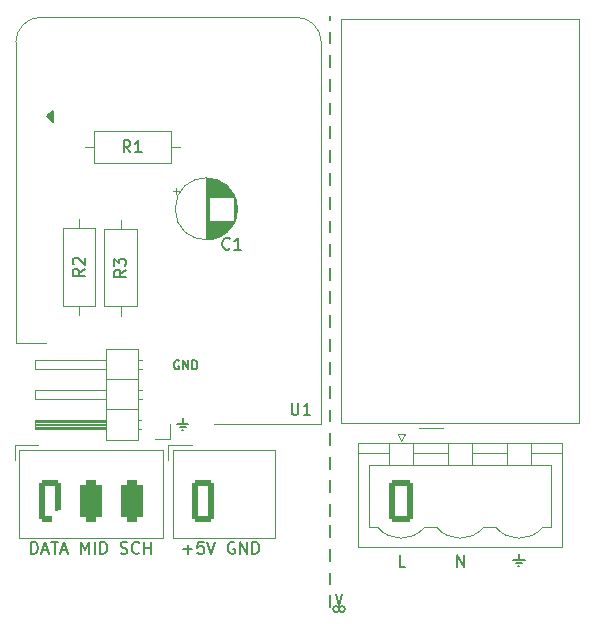
<source format=gto>
G04 #@! TF.GenerationSoftware,KiCad,Pcbnew,(6.0.7)*
G04 #@! TF.CreationDate,2022-12-11T11:01:38+01:00*
G04 #@! TF.ProjectId,CT_Clamp,43545f43-6c61-46d7-902e-6b696361645f,rev?*
G04 #@! TF.SameCoordinates,Original*
G04 #@! TF.FileFunction,Legend,Top*
G04 #@! TF.FilePolarity,Positive*
%FSLAX46Y46*%
G04 Gerber Fmt 4.6, Leading zero omitted, Abs format (unit mm)*
G04 Created by KiCad (PCBNEW (6.0.7)) date 2022-12-11 11:01:38*
%MOMM*%
%LPD*%
G01*
G04 APERTURE LIST*
G04 Aperture macros list*
%AMRoundRect*
0 Rectangle with rounded corners*
0 $1 Rounding radius*
0 $2 $3 $4 $5 $6 $7 $8 $9 X,Y pos of 4 corners*
0 Add a 4 corners polygon primitive as box body*
4,1,4,$2,$3,$4,$5,$6,$7,$8,$9,$2,$3,0*
0 Add four circle primitives for the rounded corners*
1,1,$1+$1,$2,$3*
1,1,$1+$1,$4,$5*
1,1,$1+$1,$6,$7*
1,1,$1+$1,$8,$9*
0 Add four rect primitives between the rounded corners*
20,1,$1+$1,$2,$3,$4,$5,0*
20,1,$1+$1,$4,$5,$6,$7,0*
20,1,$1+$1,$6,$7,$8,$9,0*
20,1,$1+$1,$8,$9,$2,$3,0*%
G04 Aperture macros list end*
%ADD10C,0.150000*%
%ADD11C,0.120000*%
%ADD12C,1.600000*%
%ADD13O,1.600000X1.600000*%
%ADD14C,2.200000*%
%ADD15R,2.000000X2.300000*%
%ADD16C,2.300000*%
%ADD17R,2.000000X2.000000*%
%ADD18O,2.000000X1.600000*%
%ADD19RoundRect,0.250000X-0.650000X-1.550000X0.650000X-1.550000X0.650000X1.550000X-0.650000X1.550000X0*%
%ADD20C,1.700000*%
%ADD21RoundRect,0.450000X-0.450000X-1.350000X0.450000X-1.350000X0.450000X1.350000X-0.450000X1.350000X0*%
%ADD22R,1.600000X1.600000*%
%ADD23RoundRect,0.250000X-0.750000X-1.550000X0.750000X-1.550000X0.750000X1.550000X-0.750000X1.550000X0*%
%ADD24O,2.000000X3.600000*%
%ADD25R,1.700000X1.700000*%
%ADD26O,1.700000X1.700000*%
%ADD27O,1.800000X3.600000*%
G04 APERTURE END LIST*
D10*
X160214285Y-118302380D02*
X160214285Y-117302380D01*
X160785714Y-118302380D01*
X160785714Y-117302380D01*
X136750000Y-106500000D02*
X137250000Y-106500000D01*
X149500000Y-93000000D02*
X149500000Y-94000000D01*
X149500000Y-81000000D02*
X149500000Y-82000000D01*
X149500000Y-73000000D02*
X149500000Y-74000000D01*
X149500000Y-83000000D02*
X149500000Y-84000000D01*
X149500000Y-109000000D02*
X149500000Y-110000000D01*
X149500000Y-91000000D02*
X149500000Y-92000000D01*
X149500000Y-107000000D02*
X149500000Y-108000000D01*
X164950000Y-117750000D02*
X165450000Y-117750000D01*
X150000000Y-120650000D02*
X150250000Y-121650000D01*
X136975000Y-106750000D02*
X137025000Y-106750000D01*
X149500000Y-77000000D02*
X149500000Y-78000000D01*
X149500000Y-73000000D02*
X149500000Y-74000000D01*
X150250000Y-121900000D02*
G75*
G03*
X150250000Y-121900000I-250000J0D01*
G01*
X149500000Y-71650000D02*
X149500000Y-72000000D01*
X149500000Y-116800000D02*
X149500000Y-117800000D01*
X149500000Y-113000000D02*
X149500000Y-114000000D01*
X149500000Y-103000000D02*
X149500000Y-104000000D01*
X165450000Y-117750000D02*
X164950000Y-117750000D01*
X165425000Y-118250000D02*
X165475000Y-118250000D01*
X149500000Y-97000000D02*
X149500000Y-98000000D01*
X149500000Y-77000000D02*
X149500000Y-78000000D01*
X150750000Y-121900000D02*
G75*
G03*
X150750000Y-121900000I-250000J0D01*
G01*
X165950000Y-117750000D02*
X165450000Y-117750000D01*
X136500000Y-106250000D02*
X137000000Y-106250000D01*
X149500000Y-111000000D02*
X149500000Y-112000000D01*
X149500000Y-79000000D02*
X149500000Y-80000000D01*
X149500000Y-105000000D02*
X149500000Y-106000000D01*
X149500000Y-81000000D02*
X149500000Y-82000000D01*
X149500000Y-89000000D02*
X149500000Y-90000000D01*
X149500000Y-101000000D02*
X149500000Y-102000000D01*
X149500000Y-75000000D02*
X149500000Y-76000000D01*
X149500000Y-79000000D02*
X149500000Y-80000000D01*
X149500000Y-120700000D02*
X149500000Y-121700000D01*
X149500000Y-83000000D02*
X149500000Y-84000000D01*
X149500000Y-87000000D02*
X149500000Y-88000000D01*
X149500000Y-114800000D02*
X149500000Y-115800000D01*
X149500000Y-118800000D02*
X149500000Y-119800000D01*
X137000000Y-105750000D02*
X137000000Y-106250000D01*
X150250000Y-121650000D02*
X150500000Y-120650000D01*
X137000000Y-106250000D02*
X136500000Y-106250000D01*
X137500000Y-106250000D02*
X137000000Y-106250000D01*
X149500000Y-99000000D02*
X149500000Y-100000000D01*
X149500000Y-75000000D02*
X149500000Y-76000000D01*
X165450000Y-117250000D02*
X165450000Y-117750000D01*
X149500000Y-95000000D02*
X149500000Y-96000000D01*
X165200000Y-118000000D02*
X165700000Y-118000000D01*
X149500000Y-85000000D02*
X149500000Y-86000000D01*
X136678571Y-100875000D02*
X136607142Y-100839285D01*
X136500000Y-100839285D01*
X136392857Y-100875000D01*
X136321428Y-100946428D01*
X136285714Y-101017857D01*
X136250000Y-101160714D01*
X136250000Y-101267857D01*
X136285714Y-101410714D01*
X136321428Y-101482142D01*
X136392857Y-101553571D01*
X136500000Y-101589285D01*
X136571428Y-101589285D01*
X136678571Y-101553571D01*
X136714285Y-101517857D01*
X136714285Y-101267857D01*
X136571428Y-101267857D01*
X137035714Y-101589285D02*
X137035714Y-100839285D01*
X137464285Y-101589285D01*
X137464285Y-100839285D01*
X137821428Y-101589285D02*
X137821428Y-100839285D01*
X138000000Y-100839285D01*
X138107142Y-100875000D01*
X138178571Y-100946428D01*
X138214285Y-101017857D01*
X138250000Y-101160714D01*
X138250000Y-101267857D01*
X138214285Y-101410714D01*
X138178571Y-101482142D01*
X138107142Y-101553571D01*
X138000000Y-101589285D01*
X137821428Y-101589285D01*
X137059523Y-116821428D02*
X137821428Y-116821428D01*
X137440476Y-117202380D02*
X137440476Y-116440476D01*
X138773809Y-116202380D02*
X138297619Y-116202380D01*
X138250000Y-116678571D01*
X138297619Y-116630952D01*
X138392857Y-116583333D01*
X138630952Y-116583333D01*
X138726190Y-116630952D01*
X138773809Y-116678571D01*
X138821428Y-116773809D01*
X138821428Y-117011904D01*
X138773809Y-117107142D01*
X138726190Y-117154761D01*
X138630952Y-117202380D01*
X138392857Y-117202380D01*
X138297619Y-117154761D01*
X138250000Y-117107142D01*
X139107142Y-116202380D02*
X139440476Y-117202380D01*
X139773809Y-116202380D01*
X141392857Y-116250000D02*
X141297619Y-116202380D01*
X141154761Y-116202380D01*
X141011904Y-116250000D01*
X140916666Y-116345238D01*
X140869047Y-116440476D01*
X140821428Y-116630952D01*
X140821428Y-116773809D01*
X140869047Y-116964285D01*
X140916666Y-117059523D01*
X141011904Y-117154761D01*
X141154761Y-117202380D01*
X141250000Y-117202380D01*
X141392857Y-117154761D01*
X141440476Y-117107142D01*
X141440476Y-116773809D01*
X141250000Y-116773809D01*
X141869047Y-117202380D02*
X141869047Y-116202380D01*
X142440476Y-117202380D01*
X142440476Y-116202380D01*
X142916666Y-117202380D02*
X142916666Y-116202380D01*
X143154761Y-116202380D01*
X143297619Y-116250000D01*
X143392857Y-116345238D01*
X143440476Y-116440476D01*
X143488095Y-116630952D01*
X143488095Y-116773809D01*
X143440476Y-116964285D01*
X143392857Y-117059523D01*
X143297619Y-117154761D01*
X143154761Y-117202380D01*
X142916666Y-117202380D01*
X124178571Y-117202380D02*
X124178571Y-116202380D01*
X124416666Y-116202380D01*
X124559523Y-116250000D01*
X124654761Y-116345238D01*
X124702380Y-116440476D01*
X124750000Y-116630952D01*
X124750000Y-116773809D01*
X124702380Y-116964285D01*
X124654761Y-117059523D01*
X124559523Y-117154761D01*
X124416666Y-117202380D01*
X124178571Y-117202380D01*
X125130952Y-116916666D02*
X125607142Y-116916666D01*
X125035714Y-117202380D02*
X125369047Y-116202380D01*
X125702380Y-117202380D01*
X125892857Y-116202380D02*
X126464285Y-116202380D01*
X126178571Y-117202380D02*
X126178571Y-116202380D01*
X126750000Y-116916666D02*
X127226190Y-116916666D01*
X126654761Y-117202380D02*
X126988095Y-116202380D01*
X127321428Y-117202380D01*
X128416666Y-117202380D02*
X128416666Y-116202380D01*
X128750000Y-116916666D01*
X129083333Y-116202380D01*
X129083333Y-117202380D01*
X129559523Y-117202380D02*
X129559523Y-116202380D01*
X130035714Y-117202380D02*
X130035714Y-116202380D01*
X130273809Y-116202380D01*
X130416666Y-116250000D01*
X130511904Y-116345238D01*
X130559523Y-116440476D01*
X130607142Y-116630952D01*
X130607142Y-116773809D01*
X130559523Y-116964285D01*
X130511904Y-117059523D01*
X130416666Y-117154761D01*
X130273809Y-117202380D01*
X130035714Y-117202380D01*
X131750000Y-117154761D02*
X131892857Y-117202380D01*
X132130952Y-117202380D01*
X132226190Y-117154761D01*
X132273809Y-117107142D01*
X132321428Y-117011904D01*
X132321428Y-116916666D01*
X132273809Y-116821428D01*
X132226190Y-116773809D01*
X132130952Y-116726190D01*
X131940476Y-116678571D01*
X131845238Y-116630952D01*
X131797619Y-116583333D01*
X131750000Y-116488095D01*
X131750000Y-116392857D01*
X131797619Y-116297619D01*
X131845238Y-116250000D01*
X131940476Y-116202380D01*
X132178571Y-116202380D01*
X132321428Y-116250000D01*
X133321428Y-117107142D02*
X133273809Y-117154761D01*
X133130952Y-117202380D01*
X133035714Y-117202380D01*
X132892857Y-117154761D01*
X132797619Y-117059523D01*
X132750000Y-116964285D01*
X132702380Y-116773809D01*
X132702380Y-116630952D01*
X132750000Y-116440476D01*
X132797619Y-116345238D01*
X132892857Y-116250000D01*
X133035714Y-116202380D01*
X133130952Y-116202380D01*
X133273809Y-116250000D01*
X133321428Y-116297619D01*
X133750000Y-117202380D02*
X133750000Y-116202380D01*
X133750000Y-116678571D02*
X134321428Y-116678571D01*
X134321428Y-117202380D02*
X134321428Y-116202380D01*
X155859523Y-118302380D02*
X155383333Y-118302380D01*
X155383333Y-117302380D01*
X128702380Y-93086666D02*
X128226190Y-93420000D01*
X128702380Y-93658095D02*
X127702380Y-93658095D01*
X127702380Y-93277142D01*
X127750000Y-93181904D01*
X127797619Y-93134285D01*
X127892857Y-93086666D01*
X128035714Y-93086666D01*
X128130952Y-93134285D01*
X128178571Y-93181904D01*
X128226190Y-93277142D01*
X128226190Y-93658095D01*
X127797619Y-92705714D02*
X127750000Y-92658095D01*
X127702380Y-92562857D01*
X127702380Y-92324761D01*
X127750000Y-92229523D01*
X127797619Y-92181904D01*
X127892857Y-92134285D01*
X127988095Y-92134285D01*
X128130952Y-92181904D01*
X128702380Y-92753333D01*
X128702380Y-92134285D01*
X132583333Y-83202380D02*
X132250000Y-82726190D01*
X132011904Y-83202380D02*
X132011904Y-82202380D01*
X132392857Y-82202380D01*
X132488095Y-82250000D01*
X132535714Y-82297619D01*
X132583333Y-82392857D01*
X132583333Y-82535714D01*
X132535714Y-82630952D01*
X132488095Y-82678571D01*
X132392857Y-82726190D01*
X132011904Y-82726190D01*
X133535714Y-83202380D02*
X132964285Y-83202380D01*
X133250000Y-83202380D02*
X133250000Y-82202380D01*
X133154761Y-82345238D01*
X133059523Y-82440476D01*
X132964285Y-82488095D01*
X146238095Y-104452380D02*
X146238095Y-105261904D01*
X146285714Y-105357142D01*
X146333333Y-105404761D01*
X146428571Y-105452380D01*
X146619047Y-105452380D01*
X146714285Y-105404761D01*
X146761904Y-105357142D01*
X146809523Y-105261904D01*
X146809523Y-104452380D01*
X147809523Y-105452380D02*
X147238095Y-105452380D01*
X147523809Y-105452380D02*
X147523809Y-104452380D01*
X147428571Y-104595238D01*
X147333333Y-104690476D01*
X147238095Y-104738095D01*
X132202380Y-93166666D02*
X131726190Y-93500000D01*
X132202380Y-93738095D02*
X131202380Y-93738095D01*
X131202380Y-93357142D01*
X131250000Y-93261904D01*
X131297619Y-93214285D01*
X131392857Y-93166666D01*
X131535714Y-93166666D01*
X131630952Y-93214285D01*
X131678571Y-93261904D01*
X131726190Y-93357142D01*
X131726190Y-93738095D01*
X131202380Y-92833333D02*
X131202380Y-92214285D01*
X131583333Y-92547619D01*
X131583333Y-92404761D01*
X131630952Y-92309523D01*
X131678571Y-92261904D01*
X131773809Y-92214285D01*
X132011904Y-92214285D01*
X132107142Y-92261904D01*
X132154761Y-92309523D01*
X132202380Y-92404761D01*
X132202380Y-92690476D01*
X132154761Y-92785714D01*
X132107142Y-92833333D01*
X140994333Y-91357142D02*
X140946714Y-91404761D01*
X140803857Y-91452380D01*
X140708619Y-91452380D01*
X140565761Y-91404761D01*
X140470523Y-91309523D01*
X140422904Y-91214285D01*
X140375285Y-91023809D01*
X140375285Y-90880952D01*
X140422904Y-90690476D01*
X140470523Y-90595238D01*
X140565761Y-90500000D01*
X140708619Y-90452380D01*
X140803857Y-90452380D01*
X140946714Y-90500000D01*
X140994333Y-90547619D01*
X141946714Y-91452380D02*
X141375285Y-91452380D01*
X141661000Y-91452380D02*
X141661000Y-90452380D01*
X141565761Y-90595238D01*
X141470523Y-90690476D01*
X141375285Y-90738095D01*
D11*
X126880000Y-96190000D02*
X129620000Y-96190000D01*
X128250000Y-96960000D02*
X128250000Y-96190000D01*
X126880000Y-89650000D02*
X126880000Y-96190000D01*
X129620000Y-96190000D02*
X129620000Y-89650000D01*
X129620000Y-89650000D02*
X126880000Y-89650000D01*
X128250000Y-88880000D02*
X128250000Y-89650000D01*
X129480000Y-84120000D02*
X136020000Y-84120000D01*
X136020000Y-84120000D02*
X136020000Y-81380000D01*
X128710000Y-82750000D02*
X129480000Y-82750000D01*
X136020000Y-81380000D02*
X129480000Y-81380000D01*
X129480000Y-81380000D02*
X129480000Y-84120000D01*
X136790000Y-82750000D02*
X136020000Y-82750000D01*
X170600000Y-106150000D02*
X170600000Y-71950000D01*
X150400000Y-106150000D02*
X170600000Y-106150000D01*
X150400000Y-71950000D02*
X150400000Y-106150000D01*
X157000000Y-106540000D02*
X159010000Y-106540000D01*
X170600000Y-71950000D02*
X150400000Y-71950000D01*
X148740225Y-106230000D02*
X148740225Y-73900000D01*
X122880225Y-99330000D02*
X122880225Y-73900000D01*
X122880225Y-99330000D02*
X125420225Y-99330000D01*
X139620225Y-106221200D02*
X148740225Y-106230000D01*
X146620225Y-71770000D02*
X125010225Y-71770000D01*
X125010225Y-71770000D02*
G75*
G03*
X122880225Y-73900000I2J-2130002D01*
G01*
X148740225Y-73900000D02*
G75*
G03*
X146610225Y-71770000I-2130000J0D01*
G01*
G36*
X126056625Y-80618000D02*
G01*
X125497825Y-80110000D01*
X126056625Y-79703600D01*
X126056625Y-80618000D01*
G37*
D10*
X126056625Y-80618000D02*
X125497825Y-80110000D01*
X126056625Y-79703600D01*
X126056625Y-80618000D01*
D11*
X135310000Y-108390000D02*
X123190000Y-108390000D01*
X122800000Y-108000000D02*
X124800000Y-108000000D01*
X123190000Y-115860000D02*
X135310000Y-115860000D01*
X122800000Y-109250000D02*
X122800000Y-108000000D01*
X123190000Y-108390000D02*
X123190000Y-115860000D01*
X135310000Y-115860000D02*
X135310000Y-108390000D01*
X131750000Y-97040000D02*
X131750000Y-96270000D01*
X130380000Y-89730000D02*
X130380000Y-96270000D01*
X133120000Y-89730000D02*
X130380000Y-89730000D01*
X133120000Y-96270000D02*
X133120000Y-89730000D01*
X130380000Y-96270000D02*
X133120000Y-96270000D01*
X131750000Y-88960000D02*
X131750000Y-89730000D01*
X139560000Y-85480000D02*
X139560000Y-86960000D01*
X140441000Y-85851000D02*
X140441000Y-86960000D01*
X139240000Y-85431000D02*
X139240000Y-86960000D01*
X140641000Y-85996000D02*
X140641000Y-86960000D01*
X139961000Y-85602000D02*
X139961000Y-86960000D01*
X140881000Y-89040000D02*
X140881000Y-89785000D01*
X139680000Y-89040000D02*
X139680000Y-90491000D01*
X136445225Y-86275000D02*
X136445225Y-86775000D01*
X141041000Y-86395000D02*
X141041000Y-86960000D01*
X140881000Y-86215000D02*
X140881000Y-86960000D01*
X140121000Y-89040000D02*
X140121000Y-90329000D01*
X139240000Y-89040000D02*
X139240000Y-90569000D01*
X140161000Y-89040000D02*
X140161000Y-90310000D01*
X139921000Y-89040000D02*
X139921000Y-90414000D01*
X140281000Y-89040000D02*
X140281000Y-90247000D01*
X139841000Y-85558000D02*
X139841000Y-86960000D01*
X139280000Y-89040000D02*
X139280000Y-90565000D01*
X141121000Y-86500000D02*
X141121000Y-86960000D01*
X140641000Y-89040000D02*
X140641000Y-90004000D01*
X140761000Y-86099000D02*
X140761000Y-86960000D01*
X139881000Y-89040000D02*
X139881000Y-90428000D01*
X141081000Y-86446000D02*
X141081000Y-86960000D01*
X139761000Y-85532000D02*
X139761000Y-86960000D01*
X139200000Y-85427000D02*
X139200000Y-90573000D01*
X141321000Y-86822000D02*
X141321000Y-89178000D01*
X140961000Y-86301000D02*
X140961000Y-86960000D01*
X140241000Y-85732000D02*
X140241000Y-86960000D01*
X140441000Y-89040000D02*
X140441000Y-90149000D01*
X141481000Y-87195000D02*
X141481000Y-88805000D01*
X141401000Y-86989000D02*
X141401000Y-89011000D01*
X139440000Y-89040000D02*
X139440000Y-90543000D01*
X141161000Y-89040000D02*
X141161000Y-89443000D01*
X140561000Y-89040000D02*
X140561000Y-90065000D01*
X141521000Y-87323000D02*
X141521000Y-88677000D01*
X139280000Y-85435000D02*
X139280000Y-86960000D01*
X139881000Y-85572000D02*
X139881000Y-86960000D01*
X139520000Y-89040000D02*
X139520000Y-90528000D01*
X139600000Y-89040000D02*
X139600000Y-90511000D01*
X139160000Y-85424000D02*
X139160000Y-90576000D01*
X141161000Y-86557000D02*
X141161000Y-86960000D01*
X140601000Y-85965000D02*
X140601000Y-86960000D01*
X141281000Y-86749000D02*
X141281000Y-86960000D01*
X141241000Y-86681000D02*
X141241000Y-86960000D01*
X140521000Y-85905000D02*
X140521000Y-86960000D01*
X141001000Y-89040000D02*
X141001000Y-89653000D01*
X139560000Y-89040000D02*
X139560000Y-90520000D01*
X139961000Y-89040000D02*
X139961000Y-90398000D01*
X139480000Y-85464000D02*
X139480000Y-86960000D01*
X141041000Y-89040000D02*
X141041000Y-89605000D01*
X140601000Y-89040000D02*
X140601000Y-90035000D01*
X139320000Y-89040000D02*
X139320000Y-90561000D01*
X139040000Y-85420000D02*
X139040000Y-90580000D01*
X140721000Y-89040000D02*
X140721000Y-89937000D01*
X141361000Y-86902000D02*
X141361000Y-89098000D01*
X140681000Y-86029000D02*
X140681000Y-86960000D01*
X139360000Y-89040000D02*
X139360000Y-90556000D01*
X140281000Y-85753000D02*
X140281000Y-86960000D01*
X139320000Y-85439000D02*
X139320000Y-86960000D01*
X140081000Y-89040000D02*
X140081000Y-90348000D01*
X139480000Y-89040000D02*
X139480000Y-90536000D01*
X140321000Y-85776000D02*
X140321000Y-86960000D01*
X141561000Y-87482000D02*
X141561000Y-88518000D01*
X139841000Y-89040000D02*
X139841000Y-90442000D01*
X140801000Y-89040000D02*
X140801000Y-89864000D01*
X139440000Y-85457000D02*
X139440000Y-86960000D01*
X139600000Y-85489000D02*
X139600000Y-86960000D01*
X141241000Y-89040000D02*
X141241000Y-89319000D01*
X139080000Y-85421000D02*
X139080000Y-90579000D01*
X139761000Y-89040000D02*
X139761000Y-90468000D01*
X140761000Y-89040000D02*
X140761000Y-89901000D01*
X139801000Y-89040000D02*
X139801000Y-90455000D01*
X139400000Y-89040000D02*
X139400000Y-90550000D01*
X140161000Y-85690000D02*
X140161000Y-86960000D01*
X136195225Y-86525000D02*
X136695225Y-86525000D01*
X140041000Y-89040000D02*
X140041000Y-90365000D01*
X139921000Y-85586000D02*
X139921000Y-86960000D01*
X141121000Y-89040000D02*
X141121000Y-89500000D01*
X141281000Y-89040000D02*
X141281000Y-89251000D01*
X140481000Y-85878000D02*
X140481000Y-86960000D01*
X140401000Y-85825000D02*
X140401000Y-86960000D01*
X140361000Y-85800000D02*
X140361000Y-86960000D01*
X140001000Y-85618000D02*
X140001000Y-86960000D01*
X140961000Y-89040000D02*
X140961000Y-89699000D01*
X139721000Y-89040000D02*
X139721000Y-90480000D01*
X140201000Y-85710000D02*
X140201000Y-86960000D01*
X140201000Y-89040000D02*
X140201000Y-90290000D01*
X140321000Y-89040000D02*
X140321000Y-90224000D01*
X139680000Y-85509000D02*
X139680000Y-86960000D01*
X140721000Y-86063000D02*
X140721000Y-86960000D01*
X140001000Y-89040000D02*
X140001000Y-90382000D01*
X139640000Y-89040000D02*
X139640000Y-90501000D01*
X139120000Y-85422000D02*
X139120000Y-90578000D01*
X140241000Y-89040000D02*
X140241000Y-90268000D01*
X139640000Y-85499000D02*
X139640000Y-86960000D01*
X141441000Y-87085000D02*
X141441000Y-88915000D01*
X140841000Y-86174000D02*
X140841000Y-86960000D01*
X140081000Y-85652000D02*
X140081000Y-86960000D01*
X139721000Y-85520000D02*
X139721000Y-86960000D01*
X139000000Y-85420000D02*
X139000000Y-90580000D01*
X139360000Y-85444000D02*
X139360000Y-86960000D01*
X140561000Y-85935000D02*
X140561000Y-86960000D01*
X140801000Y-86136000D02*
X140801000Y-86960000D01*
X139400000Y-85450000D02*
X139400000Y-86960000D01*
X141081000Y-89040000D02*
X141081000Y-89554000D01*
X141201000Y-89040000D02*
X141201000Y-89383000D01*
X141601000Y-87716000D02*
X141601000Y-88284000D01*
X140841000Y-89040000D02*
X140841000Y-89826000D01*
X141001000Y-86347000D02*
X141001000Y-86960000D01*
X140121000Y-85671000D02*
X140121000Y-86960000D01*
X140401000Y-89040000D02*
X140401000Y-90175000D01*
X140921000Y-89040000D02*
X140921000Y-89743000D01*
X140481000Y-89040000D02*
X140481000Y-90122000D01*
X140921000Y-86257000D02*
X140921000Y-86960000D01*
X140041000Y-85635000D02*
X140041000Y-86960000D01*
X140681000Y-89040000D02*
X140681000Y-89971000D01*
X140521000Y-89040000D02*
X140521000Y-90095000D01*
X141201000Y-86617000D02*
X141201000Y-86960000D01*
X140361000Y-89040000D02*
X140361000Y-90200000D01*
X139801000Y-85545000D02*
X139801000Y-86960000D01*
X139520000Y-85472000D02*
X139520000Y-86960000D01*
X141620000Y-88000000D02*
G75*
G03*
X141620000Y-88000000I-2620000J0D01*
G01*
X151890000Y-108650000D02*
X154390000Y-108650000D01*
X151890000Y-107840000D02*
X151890000Y-116660000D01*
X169110000Y-107840000D02*
X151890000Y-107840000D01*
X156500000Y-109650000D02*
X154500000Y-109650000D01*
X154500000Y-107840000D02*
X156500000Y-107840000D01*
X152800000Y-114950000D02*
X152800000Y-109650000D01*
X162500000Y-114950000D02*
X163500000Y-114950000D01*
X166500000Y-107840000D02*
X166500000Y-109650000D01*
X152800000Y-109650000D02*
X168200000Y-109650000D01*
X161500000Y-109650000D02*
X159500000Y-109650000D01*
X159500000Y-109650000D02*
X159500000Y-107840000D01*
X169110000Y-116660000D02*
X169110000Y-107840000D01*
X166500000Y-109650000D02*
X164500000Y-109650000D01*
X156500000Y-107840000D02*
X156500000Y-109650000D01*
X168200000Y-109650000D02*
X168200000Y-114950000D01*
X155200000Y-107040000D02*
X155800000Y-107040000D01*
X155500000Y-107640000D02*
X155200000Y-107040000D01*
X161500000Y-107840000D02*
X161500000Y-109650000D01*
X156500000Y-108650000D02*
X159500000Y-108650000D01*
X155800000Y-107040000D02*
X155500000Y-107640000D01*
X157500000Y-114950000D02*
X158500000Y-114950000D01*
X161500000Y-108650000D02*
X164500000Y-108650000D01*
X159500000Y-107840000D02*
X161500000Y-107840000D01*
X164500000Y-107840000D02*
X166500000Y-107840000D01*
X154500000Y-109650000D02*
X154500000Y-107840000D01*
X169110000Y-108650000D02*
X166610000Y-108650000D01*
X168200000Y-114950000D02*
X167500000Y-114950000D01*
X153500000Y-114950000D02*
X152800000Y-114950000D01*
X164500000Y-109650000D02*
X164500000Y-107840000D01*
X151890000Y-116660000D02*
X169110000Y-116660000D01*
X158500000Y-114950000D02*
G75*
G03*
X162486842Y-114965821I2000000J1650000D01*
G01*
X163500000Y-114950000D02*
G75*
G03*
X167486842Y-114965821I2000000J1650000D01*
G01*
X153500000Y-114950000D02*
G75*
G03*
X157486842Y-114965821I2000000J1650000D01*
G01*
X130525000Y-107580000D02*
X133185000Y-107580000D01*
X130525000Y-106330000D02*
X124525000Y-106330000D01*
X133582071Y-103330000D02*
X133185000Y-103330000D01*
X130525000Y-106090000D02*
X124525000Y-106090000D01*
X124525000Y-105870000D02*
X130525000Y-105870000D01*
X133582071Y-104090000D02*
X133185000Y-104090000D01*
X124525000Y-101550000D02*
X124525000Y-100790000D01*
X133582071Y-101550000D02*
X133185000Y-101550000D01*
X130525000Y-99840000D02*
X130525000Y-107580000D01*
X135895000Y-106250000D02*
X135895000Y-107520000D01*
X133185000Y-107580000D02*
X133185000Y-99840000D01*
X124525000Y-104090000D02*
X124525000Y-103330000D01*
X133185000Y-102440000D02*
X130525000Y-102440000D01*
X130525000Y-106450000D02*
X124525000Y-106450000D01*
X130525000Y-104090000D02*
X124525000Y-104090000D01*
X130525000Y-105970000D02*
X124525000Y-105970000D01*
X124525000Y-103330000D02*
X130525000Y-103330000D01*
X130525000Y-106210000D02*
X124525000Y-106210000D01*
X130525000Y-101550000D02*
X124525000Y-101550000D01*
X124525000Y-100790000D02*
X130525000Y-100790000D01*
X133185000Y-104980000D02*
X130525000Y-104980000D01*
X133515000Y-105870000D02*
X133185000Y-105870000D01*
X130525000Y-106570000D02*
X124525000Y-106570000D01*
X133185000Y-99840000D02*
X130525000Y-99840000D01*
X124525000Y-106630000D02*
X124525000Y-105870000D01*
X130525000Y-106630000D02*
X124525000Y-106630000D01*
X135895000Y-107520000D02*
X134625000Y-107520000D01*
X133582071Y-100790000D02*
X133185000Y-100790000D01*
X133515000Y-106630000D02*
X133185000Y-106630000D01*
X136190000Y-108390000D02*
X136190000Y-115860000D01*
X136190000Y-115860000D02*
X144810000Y-115860000D01*
X144810000Y-108390000D02*
X136190000Y-108390000D01*
X144810000Y-115860000D02*
X144810000Y-108390000D01*
X135800000Y-109250000D02*
X135800000Y-108000000D01*
X135800000Y-108000000D02*
X137800000Y-108000000D01*
%LPC*%
D12*
X128250000Y-98000000D03*
D13*
X128250000Y-87840000D03*
D12*
X127670000Y-82750000D03*
D13*
X137830000Y-82750000D03*
D14*
X146750000Y-119000000D03*
D15*
X158000000Y-103750000D03*
D16*
X163000000Y-103750000D03*
X152800000Y-74350000D03*
X168200000Y-74350000D03*
D17*
X124380225Y-80110000D03*
D18*
X124380225Y-82650000D03*
X124380225Y-85190000D03*
X124380225Y-87730000D03*
X124380225Y-90270000D03*
X124380225Y-92810000D03*
X124380225Y-95350000D03*
X124380225Y-97890000D03*
X147240225Y-97890000D03*
X147240225Y-95350000D03*
X147240225Y-92810000D03*
X147240225Y-90270000D03*
X147240225Y-87730000D03*
X147240225Y-85190000D03*
X147240225Y-82650000D03*
X147240225Y-80110000D03*
D19*
X125750000Y-112750000D03*
D20*
X126750000Y-114223200D03*
X129250000Y-114223200D03*
D21*
X129250000Y-112750000D03*
D20*
X131750000Y-114223200D03*
D21*
X132750000Y-112750000D03*
D12*
X131750000Y-87920000D03*
D13*
X131750000Y-98080000D03*
D22*
X137750000Y-88000000D03*
D12*
X140250000Y-88000000D03*
D23*
X155500000Y-112750000D03*
D24*
X160500000Y-112750000D03*
X165500000Y-112750000D03*
D14*
X146750000Y-75000000D03*
D25*
X134625000Y-106250000D03*
D26*
X134625000Y-103710000D03*
X134625000Y-101170000D03*
D20*
X139250000Y-114274000D03*
D19*
X138750000Y-112750000D03*
D20*
X141750000Y-114223200D03*
D27*
X142250000Y-112750000D03*
M02*

</source>
